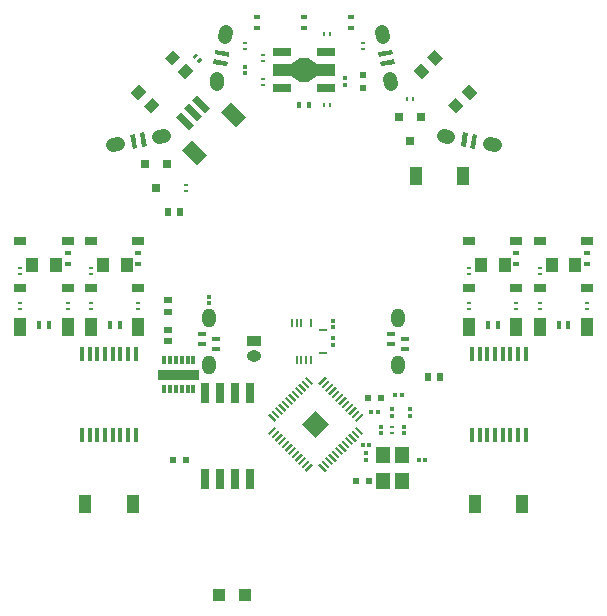
<source format=gts>
G04 #@! TF.FileFunction,Soldermask,Top*
%FSLAX46Y46*%
G04 Gerber Fmt 4.6, Leading zero omitted, Abs format (unit mm)*
G04 Created by KiCad (PCBNEW 4.0.1-stable) date 2017/02/17 13:25:48*
%MOMM*%
G01*
G04 APERTURE LIST*
%ADD10C,0.100000*%
%ADD11R,0.300000X0.350000*%
%ADD12R,0.400000X1.200000*%
%ADD13R,1.000000X0.750000*%
%ADD14R,0.350000X0.300000*%
%ADD15R,0.600000X0.500000*%
%ADD16R,1.000000X1.250000*%
%ADD17R,0.430000X0.280000*%
%ADD18R,0.600000X0.400000*%
%ADD19R,1.200000X1.400000*%
%ADD20R,0.400000X0.800000*%
%ADD21R,1.000000X1.500000*%
%ADD22C,1.200000*%
%ADD23R,1.250000X0.950000*%
%ADD24O,1.250000X0.950000*%
%ADD25R,0.200000X0.800000*%
%ADD26R,0.800000X0.200000*%
%ADD27R,0.650000X1.700000*%
%ADD28R,0.500000X0.600000*%
%ADD29R,0.400000X0.600000*%
%ADD30R,0.800000X0.500000*%
%ADD31R,0.500000X0.800000*%
%ADD32R,0.800100X0.800100*%
%ADD33R,0.280000X0.430000*%
%ADD34R,1.000000X1.600000*%
%ADD35R,1.501140X0.701040*%
%ADD36R,1.501140X1.000760*%
%ADD37R,0.800100X1.998980*%
%ADD38R,1.800000X0.900000*%
%ADD39R,1.000000X0.900000*%
%ADD40R,0.300000X0.800000*%
%ADD41R,0.800000X0.400000*%
%ADD42O,1.200000X1.600000*%
%ADD43R,1.000000X1.524000*%
%ADD44R,1.000000X1.000000*%
G04 APERTURE END LIST*
D10*
G36*
X153389087Y-119080762D02*
X153530508Y-119222183D01*
X152964823Y-119787868D01*
X152823402Y-119646447D01*
X153389087Y-119080762D01*
X153389087Y-119080762D01*
G37*
G36*
X153106245Y-118797919D02*
X153247666Y-118939340D01*
X152681981Y-119505025D01*
X152540560Y-119363604D01*
X153106245Y-118797919D01*
X153106245Y-118797919D01*
G37*
G36*
X152823402Y-118515076D02*
X152964823Y-118656497D01*
X152399138Y-119222182D01*
X152257717Y-119080761D01*
X152823402Y-118515076D01*
X152823402Y-118515076D01*
G37*
G36*
X152540559Y-118232233D02*
X152681980Y-118373654D01*
X152116295Y-118939339D01*
X151974874Y-118797918D01*
X152540559Y-118232233D01*
X152540559Y-118232233D01*
G37*
G36*
X152257716Y-117949391D02*
X152399137Y-118090812D01*
X151833452Y-118656497D01*
X151692031Y-118515076D01*
X152257716Y-117949391D01*
X152257716Y-117949391D01*
G37*
G36*
X151974874Y-117666548D02*
X152116295Y-117807969D01*
X151550610Y-118373654D01*
X151409189Y-118232233D01*
X151974874Y-117666548D01*
X151974874Y-117666548D01*
G37*
G36*
X151692031Y-117383705D02*
X151833452Y-117525126D01*
X151267767Y-118090811D01*
X151126346Y-117949390D01*
X151692031Y-117383705D01*
X151692031Y-117383705D01*
G37*
G36*
X151409188Y-117100863D02*
X151550609Y-117242284D01*
X150984924Y-117807969D01*
X150843503Y-117666548D01*
X151409188Y-117100863D01*
X151409188Y-117100863D01*
G37*
G36*
X151126346Y-116818020D02*
X151267767Y-116959441D01*
X150702082Y-117525126D01*
X150560661Y-117383705D01*
X151126346Y-116818020D01*
X151126346Y-116818020D01*
G37*
G36*
X150843503Y-116535177D02*
X150984924Y-116676598D01*
X150419239Y-117242283D01*
X150277818Y-117100862D01*
X150843503Y-116535177D01*
X150843503Y-116535177D01*
G37*
G36*
X150560660Y-116252334D02*
X150702081Y-116393755D01*
X150136396Y-116959440D01*
X149994975Y-116818019D01*
X150560660Y-116252334D01*
X150560660Y-116252334D01*
G37*
G36*
X150277817Y-115969492D02*
X150419238Y-116110913D01*
X149853553Y-116676598D01*
X149712132Y-116535177D01*
X150277817Y-115969492D01*
X150277817Y-115969492D01*
G37*
G36*
X148580762Y-116110913D02*
X148722183Y-115969492D01*
X149287868Y-116535177D01*
X149146447Y-116676598D01*
X148580762Y-116110913D01*
X148580762Y-116110913D01*
G37*
G36*
X148297919Y-116393755D02*
X148439340Y-116252334D01*
X149005025Y-116818019D01*
X148863604Y-116959440D01*
X148297919Y-116393755D01*
X148297919Y-116393755D01*
G37*
G36*
X148015076Y-116676598D02*
X148156497Y-116535177D01*
X148722182Y-117100862D01*
X148580761Y-117242283D01*
X148015076Y-116676598D01*
X148015076Y-116676598D01*
G37*
G36*
X147732233Y-116959441D02*
X147873654Y-116818020D01*
X148439339Y-117383705D01*
X148297918Y-117525126D01*
X147732233Y-116959441D01*
X147732233Y-116959441D01*
G37*
G36*
X147449391Y-117242284D02*
X147590812Y-117100863D01*
X148156497Y-117666548D01*
X148015076Y-117807969D01*
X147449391Y-117242284D01*
X147449391Y-117242284D01*
G37*
G36*
X147166548Y-117525126D02*
X147307969Y-117383705D01*
X147873654Y-117949390D01*
X147732233Y-118090811D01*
X147166548Y-117525126D01*
X147166548Y-117525126D01*
G37*
G36*
X146883705Y-117807969D02*
X147025126Y-117666548D01*
X147590811Y-118232233D01*
X147449390Y-118373654D01*
X146883705Y-117807969D01*
X146883705Y-117807969D01*
G37*
G36*
X146600863Y-118090812D02*
X146742284Y-117949391D01*
X147307969Y-118515076D01*
X147166548Y-118656497D01*
X146600863Y-118090812D01*
X146600863Y-118090812D01*
G37*
G36*
X146318020Y-118373654D02*
X146459441Y-118232233D01*
X147025126Y-118797918D01*
X146883705Y-118939339D01*
X146318020Y-118373654D01*
X146318020Y-118373654D01*
G37*
G36*
X146035177Y-118656497D02*
X146176598Y-118515076D01*
X146742283Y-119080761D01*
X146600862Y-119222182D01*
X146035177Y-118656497D01*
X146035177Y-118656497D01*
G37*
G36*
X145752334Y-118939340D02*
X145893755Y-118797919D01*
X146459440Y-119363604D01*
X146318019Y-119505025D01*
X145752334Y-118939340D01*
X145752334Y-118939340D01*
G37*
G36*
X145469492Y-119222183D02*
X145610913Y-119080762D01*
X146176598Y-119646447D01*
X146035177Y-119787868D01*
X145469492Y-119222183D01*
X145469492Y-119222183D01*
G37*
G36*
X146035177Y-120212132D02*
X146176598Y-120353553D01*
X145610913Y-120919238D01*
X145469492Y-120777817D01*
X146035177Y-120212132D01*
X146035177Y-120212132D01*
G37*
G36*
X146318019Y-120494975D02*
X146459440Y-120636396D01*
X145893755Y-121202081D01*
X145752334Y-121060660D01*
X146318019Y-120494975D01*
X146318019Y-120494975D01*
G37*
G36*
X146600862Y-120777818D02*
X146742283Y-120919239D01*
X146176598Y-121484924D01*
X146035177Y-121343503D01*
X146600862Y-120777818D01*
X146600862Y-120777818D01*
G37*
G36*
X146883705Y-121060661D02*
X147025126Y-121202082D01*
X146459441Y-121767767D01*
X146318020Y-121626346D01*
X146883705Y-121060661D01*
X146883705Y-121060661D01*
G37*
G36*
X147166548Y-121343503D02*
X147307969Y-121484924D01*
X146742284Y-122050609D01*
X146600863Y-121909188D01*
X147166548Y-121343503D01*
X147166548Y-121343503D01*
G37*
G36*
X147449390Y-121626346D02*
X147590811Y-121767767D01*
X147025126Y-122333452D01*
X146883705Y-122192031D01*
X147449390Y-121626346D01*
X147449390Y-121626346D01*
G37*
G36*
X147732233Y-121909189D02*
X147873654Y-122050610D01*
X147307969Y-122616295D01*
X147166548Y-122474874D01*
X147732233Y-121909189D01*
X147732233Y-121909189D01*
G37*
G36*
X148015076Y-122192031D02*
X148156497Y-122333452D01*
X147590812Y-122899137D01*
X147449391Y-122757716D01*
X148015076Y-122192031D01*
X148015076Y-122192031D01*
G37*
G36*
X148297918Y-122474874D02*
X148439339Y-122616295D01*
X147873654Y-123181980D01*
X147732233Y-123040559D01*
X148297918Y-122474874D01*
X148297918Y-122474874D01*
G37*
G36*
X148580761Y-122757717D02*
X148722182Y-122899138D01*
X148156497Y-123464823D01*
X148015076Y-123323402D01*
X148580761Y-122757717D01*
X148580761Y-122757717D01*
G37*
G36*
X148863604Y-123040560D02*
X149005025Y-123181981D01*
X148439340Y-123747666D01*
X148297919Y-123606245D01*
X148863604Y-123040560D01*
X148863604Y-123040560D01*
G37*
G36*
X149146447Y-123323402D02*
X149287868Y-123464823D01*
X148722183Y-124030508D01*
X148580762Y-123889087D01*
X149146447Y-123323402D01*
X149146447Y-123323402D01*
G37*
G36*
X149712132Y-123464823D02*
X149853553Y-123323402D01*
X150419238Y-123889087D01*
X150277817Y-124030508D01*
X149712132Y-123464823D01*
X149712132Y-123464823D01*
G37*
G36*
X149994975Y-123181981D02*
X150136396Y-123040560D01*
X150702081Y-123606245D01*
X150560660Y-123747666D01*
X149994975Y-123181981D01*
X149994975Y-123181981D01*
G37*
G36*
X150277818Y-122899138D02*
X150419239Y-122757717D01*
X150984924Y-123323402D01*
X150843503Y-123464823D01*
X150277818Y-122899138D01*
X150277818Y-122899138D01*
G37*
G36*
X150560661Y-122616295D02*
X150702082Y-122474874D01*
X151267767Y-123040559D01*
X151126346Y-123181980D01*
X150560661Y-122616295D01*
X150560661Y-122616295D01*
G37*
G36*
X150843503Y-122333452D02*
X150984924Y-122192031D01*
X151550609Y-122757716D01*
X151409188Y-122899137D01*
X150843503Y-122333452D01*
X150843503Y-122333452D01*
G37*
G36*
X151126346Y-122050610D02*
X151267767Y-121909189D01*
X151833452Y-122474874D01*
X151692031Y-122616295D01*
X151126346Y-122050610D01*
X151126346Y-122050610D01*
G37*
G36*
X151409189Y-121767767D02*
X151550610Y-121626346D01*
X152116295Y-122192031D01*
X151974874Y-122333452D01*
X151409189Y-121767767D01*
X151409189Y-121767767D01*
G37*
G36*
X151692031Y-121484924D02*
X151833452Y-121343503D01*
X152399137Y-121909188D01*
X152257716Y-122050609D01*
X151692031Y-121484924D01*
X151692031Y-121484924D01*
G37*
G36*
X151974874Y-121202082D02*
X152116295Y-121060661D01*
X152681980Y-121626346D01*
X152540559Y-121767767D01*
X151974874Y-121202082D01*
X151974874Y-121202082D01*
G37*
G36*
X152257717Y-120919239D02*
X152399138Y-120777818D01*
X152964823Y-121343503D01*
X152823402Y-121484924D01*
X152257717Y-120919239D01*
X152257717Y-120919239D01*
G37*
G36*
X152540560Y-120636396D02*
X152681981Y-120494975D01*
X153247666Y-121060660D01*
X153106245Y-121202081D01*
X152540560Y-120636396D01*
X152540560Y-120636396D01*
G37*
G36*
X152823402Y-120353553D02*
X152964823Y-120212132D01*
X153530508Y-120777817D01*
X153389087Y-120919238D01*
X152823402Y-120353553D01*
X152823402Y-120353553D01*
G37*
G36*
X149500000Y-118868629D02*
X150631371Y-120000000D01*
X149500000Y-121131371D01*
X148368629Y-120000000D01*
X149500000Y-118868629D01*
X149500000Y-118868629D01*
G37*
D11*
X154775000Y-119000000D03*
X154225000Y-119000000D03*
X154025000Y-121750000D03*
X153475000Y-121750000D03*
D12*
X167275000Y-114050000D03*
X166625000Y-114050000D03*
X165975000Y-114050000D03*
X165325000Y-114050000D03*
X164675000Y-114050000D03*
X164025000Y-114050000D03*
X163375000Y-114050000D03*
X162725000Y-114050000D03*
X162725000Y-120950000D03*
X163375000Y-120950000D03*
X164025000Y-120950000D03*
X164675000Y-120950000D03*
X165325000Y-120950000D03*
X165975000Y-120950000D03*
X166625000Y-120950000D03*
X167275000Y-120950000D03*
X134275000Y-114050000D03*
X133625000Y-114050000D03*
X132975000Y-114050000D03*
X132325000Y-114050000D03*
X131675000Y-114050000D03*
X131025000Y-114050000D03*
X130375000Y-114050000D03*
X129725000Y-114050000D03*
X129725000Y-120950000D03*
X130375000Y-120950000D03*
X131025000Y-120950000D03*
X131675000Y-120950000D03*
X132325000Y-120950000D03*
X132975000Y-120950000D03*
X133625000Y-120950000D03*
X134275000Y-120950000D03*
D13*
X124500000Y-104500000D03*
X128500000Y-104500000D03*
D14*
X155000000Y-120225000D03*
X155000000Y-120775000D03*
X157000000Y-120225000D03*
X157000000Y-120775000D03*
D15*
X138550000Y-123000000D03*
X137450000Y-123000000D03*
D16*
X127500000Y-106500000D03*
X125500000Y-106500000D03*
D14*
X151000000Y-112725000D03*
X151000000Y-113275000D03*
X151000000Y-111225000D03*
X151000000Y-111775000D03*
D10*
G36*
X139068665Y-88872721D02*
X139372721Y-88568665D01*
X139570711Y-88766655D01*
X139266655Y-89070711D01*
X139068665Y-88872721D01*
X139068665Y-88872721D01*
G37*
G36*
X139429289Y-89233345D02*
X139733345Y-88929289D01*
X139931335Y-89127279D01*
X139627279Y-89431335D01*
X139429289Y-89233345D01*
X139429289Y-89233345D01*
G37*
D17*
X156000000Y-120245000D03*
X156000000Y-120755000D03*
D18*
X128500000Y-106450000D03*
X128500000Y-105550000D03*
D17*
X128500000Y-110255000D03*
X128500000Y-109745000D03*
X124500000Y-107255000D03*
X124500000Y-106745000D03*
X124500000Y-109745000D03*
X124500000Y-110255000D03*
D10*
G36*
X137843503Y-90151472D02*
X138550609Y-89444366D01*
X139187005Y-90080762D01*
X138479899Y-90787868D01*
X137843503Y-90151472D01*
X137843503Y-90151472D01*
G37*
G36*
X136712132Y-89020101D02*
X137419238Y-88312995D01*
X138055634Y-88949391D01*
X137348528Y-89656497D01*
X136712132Y-89020101D01*
X136712132Y-89020101D01*
G37*
G36*
X134944366Y-93050609D02*
X135651472Y-92343503D01*
X136287868Y-92979899D01*
X135580762Y-93687005D01*
X134944366Y-93050609D01*
X134944366Y-93050609D01*
G37*
G36*
X133812995Y-91919238D02*
X134520101Y-91212132D01*
X135156497Y-91848528D01*
X134449391Y-92555634D01*
X133812995Y-91919238D01*
X133812995Y-91919238D01*
G37*
G36*
X161348528Y-92343503D02*
X162055634Y-93050609D01*
X161419238Y-93687005D01*
X160712132Y-92979899D01*
X161348528Y-92343503D01*
X161348528Y-92343503D01*
G37*
G36*
X162479899Y-91212132D02*
X163187005Y-91919238D01*
X162550609Y-92555634D01*
X161843503Y-91848528D01*
X162479899Y-91212132D01*
X162479899Y-91212132D01*
G37*
G36*
X158449391Y-89444366D02*
X159156497Y-90151472D01*
X158520101Y-90787868D01*
X157812995Y-90080762D01*
X158449391Y-89444366D01*
X158449391Y-89444366D01*
G37*
G36*
X159580762Y-88312995D02*
X160287868Y-89020101D01*
X159651472Y-89656497D01*
X158944366Y-88949391D01*
X159580762Y-88312995D01*
X159580762Y-88312995D01*
G37*
D19*
X156800000Y-124850000D03*
X156800000Y-122650000D03*
X155200000Y-124850000D03*
X155200000Y-122650000D03*
D13*
X128500000Y-108500000D03*
X124500000Y-108500000D03*
D16*
X165500000Y-106500000D03*
X163500000Y-106500000D03*
X171500000Y-106500000D03*
X169500000Y-106500000D03*
X133500000Y-106500000D03*
X131500000Y-106500000D03*
D13*
X166500000Y-108500000D03*
X162500000Y-108500000D03*
X162500000Y-104500000D03*
X166500000Y-104500000D03*
X172500000Y-108500000D03*
X168500000Y-108500000D03*
X168500000Y-104500000D03*
X172500000Y-104500000D03*
X134500000Y-108500000D03*
X130500000Y-108500000D03*
X130500000Y-104500000D03*
X134500000Y-104500000D03*
D18*
X166500000Y-106450000D03*
X166500000Y-105550000D03*
D17*
X166500000Y-110255000D03*
X166500000Y-109745000D03*
X162500000Y-107255000D03*
X162500000Y-106745000D03*
X162500000Y-109745000D03*
X162500000Y-110255000D03*
D18*
X172500000Y-106450000D03*
X172500000Y-105550000D03*
D17*
X172500000Y-110255000D03*
X172500000Y-109745000D03*
X168500000Y-107255000D03*
X168500000Y-106745000D03*
X168500000Y-109745000D03*
X168500000Y-110255000D03*
X134500000Y-110255000D03*
X134500000Y-109745000D03*
X130500000Y-107255000D03*
X130500000Y-106745000D03*
X130500000Y-109745000D03*
X130500000Y-110255000D03*
D18*
X134500000Y-106450000D03*
X134500000Y-105550000D03*
D20*
X126900000Y-111600000D03*
D21*
X128500000Y-111750000D03*
X124500000Y-111750000D03*
D20*
X126100000Y-111600000D03*
X170900000Y-111600000D03*
D21*
X172500000Y-111750000D03*
X168500000Y-111750000D03*
D20*
X170100000Y-111600000D03*
X164900000Y-111600000D03*
D21*
X166500000Y-111750000D03*
X162500000Y-111750000D03*
D20*
X164100000Y-111600000D03*
X132900000Y-111600000D03*
D21*
X134500000Y-111750000D03*
X130500000Y-111750000D03*
D20*
X132100000Y-111600000D03*
D22*
X160333422Y-95617974D02*
X160727346Y-95687434D01*
X164272654Y-96312566D02*
X164666578Y-96382026D01*
D10*
G36*
X161804927Y-96486696D02*
X162013304Y-95304927D01*
X162407227Y-95374386D01*
X162198850Y-96556155D01*
X161804927Y-96486696D01*
X161804927Y-96486696D01*
G37*
G36*
X162592773Y-96625614D02*
X162801150Y-95443845D01*
X163195073Y-95513304D01*
X162986696Y-96695073D01*
X162592773Y-96625614D01*
X162592773Y-96625614D01*
G37*
D22*
X155117974Y-86833422D02*
X155187434Y-87227346D01*
X155812566Y-90772654D02*
X155882026Y-91166578D01*
D10*
G36*
X154804927Y-88513304D02*
X155986696Y-88304927D01*
X156056155Y-88698850D01*
X154874386Y-88907227D01*
X154804927Y-88513304D01*
X154804927Y-88513304D01*
G37*
G36*
X154943845Y-89301150D02*
X156125614Y-89092773D01*
X156195073Y-89486696D01*
X155013304Y-89695073D01*
X154943845Y-89301150D01*
X154943845Y-89301150D01*
G37*
D22*
X141117974Y-91166578D02*
X141187434Y-90772654D01*
X141812566Y-87227346D02*
X141882026Y-86833422D01*
D10*
G36*
X141986696Y-89695073D02*
X140804927Y-89486696D01*
X140874386Y-89092773D01*
X142056155Y-89301150D01*
X141986696Y-89695073D01*
X141986696Y-89695073D01*
G37*
G36*
X142125614Y-88907227D02*
X140943845Y-88698850D01*
X141013304Y-88304927D01*
X142195073Y-88513304D01*
X142125614Y-88907227D01*
X142125614Y-88907227D01*
G37*
D22*
X132333422Y-96382026D02*
X132727346Y-96312566D01*
X136272654Y-95687434D02*
X136666578Y-95617974D01*
D10*
G36*
X134013304Y-96695073D02*
X133804927Y-95513304D01*
X134198850Y-95443845D01*
X134407227Y-96625614D01*
X134013304Y-96695073D01*
X134013304Y-96695073D01*
G37*
G36*
X134801150Y-96556155D02*
X134592773Y-95374386D01*
X134986696Y-95304927D01*
X135195073Y-96486696D01*
X134801150Y-96556155D01*
X134801150Y-96556155D01*
G37*
D23*
X144250000Y-113000000D03*
D24*
X144250000Y-114250000D03*
D25*
X147900000Y-114600000D03*
X148300000Y-114600000D03*
X148700000Y-114600000D03*
X149100000Y-114600000D03*
D26*
X150100000Y-114000000D03*
X150100000Y-112000000D03*
D25*
X149100000Y-111400000D03*
X148300000Y-111400000D03*
X147900000Y-111400000D03*
X147500000Y-111400000D03*
D27*
X143905000Y-117350000D03*
X142635000Y-117350000D03*
X141365000Y-117350000D03*
X140095000Y-117350000D03*
X140095000Y-124650000D03*
X141365000Y-124650000D03*
X142635000Y-124650000D03*
X143905000Y-124650000D03*
D15*
X155050000Y-117750000D03*
X153950000Y-117750000D03*
X154050000Y-124800000D03*
X152950000Y-124800000D03*
D14*
X153750000Y-123025000D03*
X153750000Y-122475000D03*
D11*
X158225000Y-123000000D03*
X158775000Y-123000000D03*
D14*
X140500000Y-109775000D03*
X140500000Y-109225000D03*
X143500000Y-89725000D03*
X143500000Y-90275000D03*
X152000000Y-91275000D03*
X152000000Y-90725000D03*
D28*
X153500000Y-91550000D03*
X153500000Y-90450000D03*
D29*
X148050000Y-93000000D03*
X148950000Y-93000000D03*
D18*
X152500000Y-85550000D03*
X152500000Y-86450000D03*
X148500000Y-85550000D03*
X148500000Y-86450000D03*
X144500000Y-85550000D03*
X144500000Y-86450000D03*
D30*
X137000000Y-109500000D03*
X137000000Y-110500000D03*
X137000000Y-112000000D03*
X137000000Y-113000000D03*
D10*
G36*
X139478508Y-92140031D02*
X140574524Y-93236047D01*
X140150260Y-93660311D01*
X139054244Y-92564295D01*
X139478508Y-92140031D01*
X139478508Y-92140031D01*
G37*
G36*
X138771402Y-92847138D02*
X139867418Y-93943154D01*
X139443154Y-94367418D01*
X138347138Y-93271402D01*
X138771402Y-92847138D01*
X138771402Y-92847138D01*
G37*
G36*
X138064295Y-93554244D02*
X139160311Y-94650260D01*
X138736047Y-95074524D01*
X137640031Y-93978508D01*
X138064295Y-93554244D01*
X138064295Y-93554244D01*
G37*
G36*
X142306936Y-92705717D02*
X143579728Y-93978509D01*
X142731200Y-94827037D01*
X141458408Y-93554245D01*
X142306936Y-92705717D01*
X142306936Y-92705717D01*
G37*
G36*
X139054245Y-95958408D02*
X140327037Y-97231200D01*
X139478509Y-98079728D01*
X138205717Y-96806936D01*
X139054245Y-95958408D01*
X139054245Y-95958408D01*
G37*
D31*
X137000000Y-102000000D03*
X138000000Y-102000000D03*
D32*
X158450000Y-93999240D03*
X156550000Y-93999240D03*
X157500000Y-95998220D03*
X136950000Y-97999240D03*
X135050000Y-97999240D03*
X136000000Y-99998220D03*
D17*
X145000000Y-88745000D03*
X145000000Y-89255000D03*
D33*
X150755000Y-93000000D03*
X150245000Y-93000000D03*
D17*
X145000000Y-90745000D03*
X145000000Y-91255000D03*
X153500000Y-88255000D03*
X153500000Y-87745000D03*
D33*
X150755000Y-87000000D03*
X150245000Y-87000000D03*
D17*
X143500000Y-88255000D03*
X143500000Y-87745000D03*
D33*
X157755000Y-92500000D03*
X157245000Y-92500000D03*
D17*
X138500000Y-99745000D03*
X138500000Y-100255000D03*
D34*
X162000000Y-99000000D03*
X158000000Y-99000000D03*
D10*
G36*
X148851790Y-88999240D02*
X149601090Y-89499620D01*
X149601090Y-90500380D01*
X148851790Y-91000760D01*
X148851790Y-88999240D01*
X148851790Y-88999240D01*
G37*
D35*
X150351660Y-88498860D03*
X150351660Y-91501140D03*
X146648340Y-88498860D03*
D36*
X146648340Y-90000000D03*
D35*
X146648340Y-91501140D03*
D36*
X150351660Y-90000000D03*
D10*
G36*
X148148210Y-91000760D02*
X147398910Y-90500380D01*
X147398910Y-89499620D01*
X148148210Y-88999240D01*
X148148210Y-91000760D01*
X148148210Y-91000760D01*
G37*
D37*
X148500000Y-90000000D03*
D38*
X137900000Y-115800000D03*
D39*
X136650000Y-115800000D03*
X139150000Y-115800000D03*
D40*
X139150000Y-114550000D03*
X138650000Y-114550000D03*
X138150000Y-114550000D03*
X137650000Y-114550000D03*
X137150000Y-114550000D03*
X136650000Y-114550000D03*
X136650000Y-117050000D03*
X137150000Y-117050000D03*
X137650000Y-117050000D03*
X138150000Y-117050000D03*
X138650000Y-117050000D03*
X139150000Y-117050000D03*
D41*
X139900000Y-112400000D03*
X141100000Y-112800000D03*
X139900000Y-113200000D03*
X141100000Y-113600000D03*
D42*
X140500000Y-111000000D03*
X140500000Y-115000000D03*
D41*
X157100000Y-113600000D03*
X155900000Y-113200000D03*
X157100000Y-112800000D03*
X155900000Y-112400000D03*
D42*
X156500000Y-115000000D03*
X156500000Y-111000000D03*
D43*
X134000000Y-126750000D03*
X130000000Y-126750000D03*
X167000000Y-126750000D03*
X163000000Y-126750000D03*
D11*
X156225000Y-117500000D03*
X156775000Y-117500000D03*
D14*
X157500000Y-118725000D03*
X157500000Y-119275000D03*
X156000000Y-118725000D03*
X156000000Y-119275000D03*
D31*
X159000000Y-116000000D03*
X160000000Y-116000000D03*
D44*
X141312420Y-134500000D03*
X143500000Y-134500000D03*
M02*

</source>
